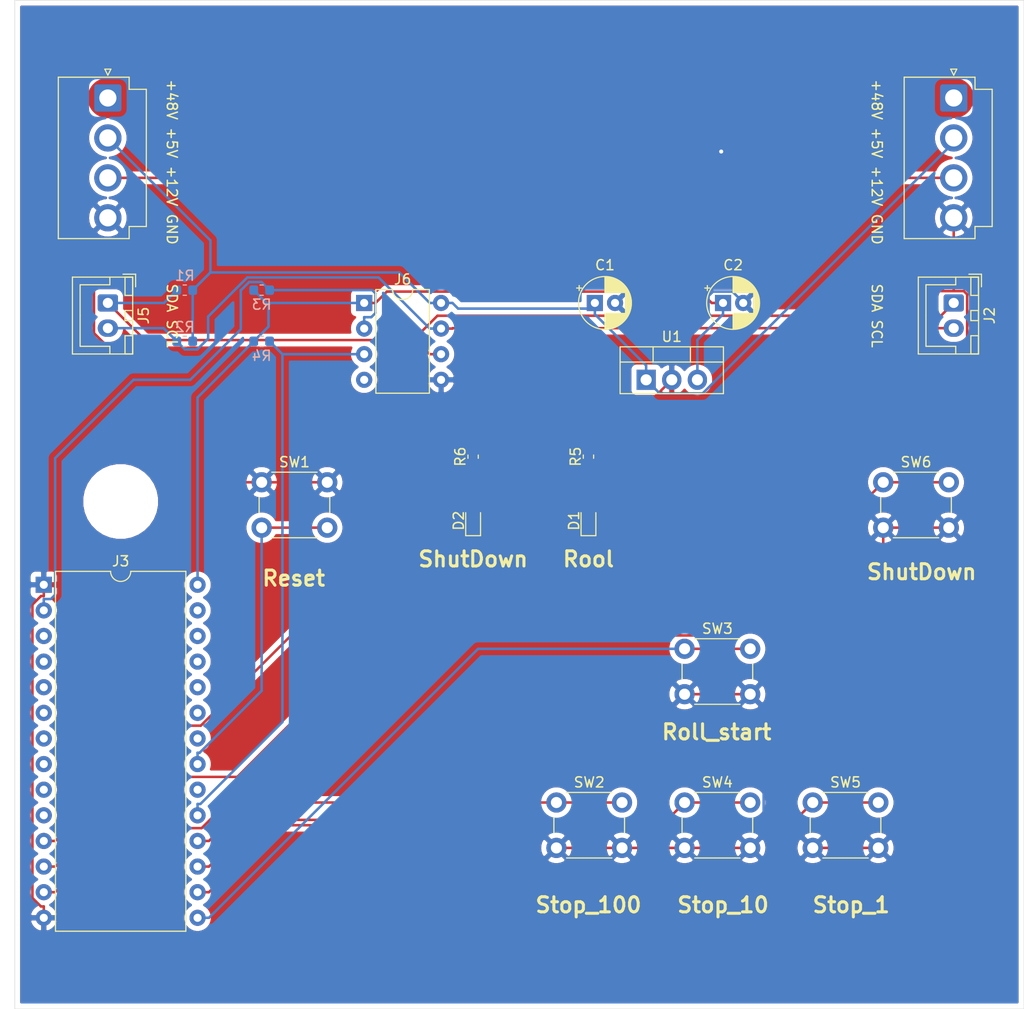
<source format=kicad_pcb>
(kicad_pcb (version 20171130) (host pcbnew "(5.1.6)-1")
  (layers (0 F.Cu signal) (31 B.Cu signal) (34 B.Paste user) (35 F.Paste user) (36 B.SilkS user) (37 F.SilkS user) (38 B.Mask user) (39 F.Mask user) (44 Edge.Cuts user))
  (net 0 "")
  (net 1 GND)
  (net 2 +5V)
  (net 3 +3V3)
  (net 4 "Net-(D1-Pad2)")
  (net 5 "Net-(D2-Pad2)")
  (net 6 +12V)
  (net 7 +48V)
  (net 8 /SCL_5V)
  (net 9 /SDA_5V)
  (net 10 "Net-(J3-Pad27)")
  (net 11 /ShutDown)
  (net 12 "Net-(J3-Pad26)")
  (net 13 /LED_roll)
  (net 14 "Net-(J3-Pad25)")
  (net 15 /LED_ShutDown)
  (net 16 "Net-(J3-Pad24)")
  (net 17 "Net-(J3-Pad10)")
  (net 18 "Net-(J3-Pad23)")
  (net 19 "Net-(J3-Pad9)")
  (net 20 "Net-(J3-Pad22)")
  (net 21 "Net-(J3-Pad8)")
  (net 22 /RESET)
  (net 23 "Net-(J3-Pad7)")
  (net 24 "Net-(J3-Pad20)")
  (net 25 "Net-(J3-Pad6)")
  (net 26 /SDA)
  (net 27 "Net-(J3-Pad5)")
  (net 28 /stop_hun)
  (net 29 "Net-(J3-Pad4)")
  (net 30 /stop_ten)
  (net 31 "Net-(J3-Pad3)")
  (net 32 /stop_one)
  (net 33 /SCL)
  (net 34 /roll_start)
  (net 35 "Net-(J6-Pad4)")
  (module MountingHole:MountingHole_6.4mm_M6 (layer F.Cu) (at 110.49 99.695)
    (fp_text reference REF** hide)
    (fp_text value MountingHole_6.4mm_M6)
    (pad 1 np_thru_hole circle (at 0 0) (size 6.4 6.4) (drill 6.4) (layers *.Cu *.Mask))
  )
  (module Package_TO_SOT_THT:TO-220-3_Vertical (layer F.Cu) (at 162.56 87.63)
    (fp_text reference U1 (at 2.54 -4.27) (layer F.SilkS))
    (fp_text value LM2940T-3.3)
    (pad 3 thru_hole oval (at 5.08 0) (size 1.905 2) (drill 1.1) (layers *.Cu *.Mask) (net 3 +3V3))
    (pad 2 thru_hole oval (at 2.54 0) (size 1.905 2) (drill 1.1) (layers *.Cu *.Mask) (net 1 GND))
    (pad 1 thru_hole rect (at 0 0) (size 1.905 2) (drill 1.1) (layers *.Cu *.Mask) (net 2 +5V))
  )
  (module Button_Switch_THT:SW_PUSH_6mm_H5mm (layer F.Cu) (at 186.055 97.79)
    (fp_text reference SW6 (at 3.25 -2) (layer F.SilkS))
    (fp_text value SW_Push)
    (pad 1 thru_hole circle (at 6.5 0 90) (size 2 2) (drill 1.1) (layers *.Cu *.Mask) (net 11 /ShutDown))
    (pad 2 thru_hole circle (at 6.5 4.5 90) (size 2 2) (drill 1.1) (layers *.Cu *.Mask) (net 1 GND))
    (pad 1 thru_hole circle (at 0 0 90) (size 2 2) (drill 1.1) (layers *.Cu *.Mask) (net 11 /ShutDown))
    (pad 2 thru_hole circle (at 0 4.5 90) (size 2 2) (drill 1.1) (layers *.Cu *.Mask) (net 1 GND))
  )
  (module Button_Switch_THT:SW_PUSH_6mm_H5mm (layer F.Cu) (at 179.07 129.54)
    (fp_text reference SW5 (at 3.25 -2) (layer F.SilkS))
    (fp_text value SW_Push)
    (pad 1 thru_hole circle (at 6.5 0 90) (size 2 2) (drill 1.1) (layers *.Cu *.Mask) (net 32 /stop_one))
    (pad 2 thru_hole circle (at 6.5 4.5 90) (size 2 2) (drill 1.1) (layers *.Cu *.Mask) (net 1 GND))
    (pad 1 thru_hole circle (at 0 0 90) (size 2 2) (drill 1.1) (layers *.Cu *.Mask) (net 32 /stop_one))
    (pad 2 thru_hole circle (at 0 4.5 90) (size 2 2) (drill 1.1) (layers *.Cu *.Mask) (net 1 GND))
  )
  (module Button_Switch_THT:SW_PUSH_6mm_H5mm (layer F.Cu) (at 166.37 129.54)
    (fp_text reference SW4 (at 3.25 -2) (layer F.SilkS))
    (fp_text value SW_Push)
    (pad 1 thru_hole circle (at 6.5 0 90) (size 2 2) (drill 1.1) (layers *.Cu *.Mask) (net 30 /stop_ten))
    (pad 2 thru_hole circle (at 6.5 4.5 90) (size 2 2) (drill 1.1) (layers *.Cu *.Mask) (net 1 GND))
    (pad 1 thru_hole circle (at 0 0 90) (size 2 2) (drill 1.1) (layers *.Cu *.Mask) (net 30 /stop_ten))
    (pad 2 thru_hole circle (at 0 4.5 90) (size 2 2) (drill 1.1) (layers *.Cu *.Mask) (net 1 GND))
  )
  (module Button_Switch_THT:SW_PUSH_6mm_H5mm (layer F.Cu) (at 166.37 114.3)
    (fp_text reference SW3 (at 3.25 -2) (layer F.SilkS))
    (fp_text value SW_Push)
    (pad 1 thru_hole circle (at 6.5 0 90) (size 2 2) (drill 1.1) (layers *.Cu *.Mask) (net 34 /roll_start))
    (pad 2 thru_hole circle (at 6.5 4.5 90) (size 2 2) (drill 1.1) (layers *.Cu *.Mask) (net 1 GND))
    (pad 1 thru_hole circle (at 0 0 90) (size 2 2) (drill 1.1) (layers *.Cu *.Mask) (net 34 /roll_start))
    (pad 2 thru_hole circle (at 0 4.5 90) (size 2 2) (drill 1.1) (layers *.Cu *.Mask) (net 1 GND))
  )
  (module Button_Switch_THT:SW_PUSH_6mm_H5mm (layer F.Cu) (at 153.67 129.54)
    (fp_text reference SW2 (at 3.25 -2) (layer F.SilkS))
    (fp_text value SW_Push)
    (pad 1 thru_hole circle (at 6.5 0 90) (size 2 2) (drill 1.1) (layers *.Cu *.Mask) (net 28 /stop_hun))
    (pad 2 thru_hole circle (at 6.5 4.5 90) (size 2 2) (drill 1.1) (layers *.Cu *.Mask) (net 1 GND))
    (pad 1 thru_hole circle (at 0 0 90) (size 2 2) (drill 1.1) (layers *.Cu *.Mask) (net 28 /stop_hun))
    (pad 2 thru_hole circle (at 0 4.5 90) (size 2 2) (drill 1.1) (layers *.Cu *.Mask) (net 1 GND))
  )
  (module Button_Switch_THT:SW_PUSH_6mm_H5mm (layer F.Cu) (at 124.46 97.79)
    (fp_text reference SW1 (at 3.25 -2) (layer F.SilkS))
    (fp_text value SW_Push)
    (pad 1 thru_hole circle (at 6.5 0 90) (size 2 2) (drill 1.1) (layers *.Cu *.Mask) (net 1 GND))
    (pad 2 thru_hole circle (at 6.5 4.5 90) (size 2 2) (drill 1.1) (layers *.Cu *.Mask) (net 22 /RESET))
    (pad 1 thru_hole circle (at 0 0 90) (size 2 2) (drill 1.1) (layers *.Cu *.Mask) (net 1 GND))
    (pad 2 thru_hole circle (at 0 4.5 90) (size 2 2) (drill 1.1) (layers *.Cu *.Mask) (net 22 /RESET))
  )
  (module Resistor_SMD:R_0603_1608Metric (layer F.Cu) (at 145.415 95.25 270)
    (fp_text reference R6 (at 0 1.27 90) (layer F.SilkS))
    (fp_text value 300)
    (pad 2 smd roundrect (at 0.7875 0 270) (size 0.875 0.95) (layers F.Cu F.Paste F.Mask) (net 5 "Net-(D2-Pad2)"))
    (pad 1 smd roundrect (at -0.7875 0 270) (size 0.875 0.95) (layers F.Cu F.Paste F.Mask) (net 15 /LED_ShutDown))
  )
  (module Resistor_SMD:R_0603_1608Metric (layer F.Cu) (at 156.845 95.25 270)
    (fp_text reference R5 (at 0 1.27 90) (layer F.SilkS))
    (fp_text value 300)
    (pad 2 smd roundrect (at 0.7875 0 270) (size 0.875 0.95) (layers F.Cu F.Paste F.Mask) (net 4 "Net-(D1-Pad2)"))
    (pad 1 smd roundrect (at -0.7875 0 270) (size 0.875 0.95) (layers F.Cu F.Paste F.Mask) (net 13 /LED_roll))
  )
  (module Resistor_SMD:R_0603_1608Metric (layer B.Cu) (at 124.46 83.82)
    (fp_text reference R4 (at 0 1.43) (layer B.SilkS) (effects (justify mirror)))
    (fp_text value 1k)
    (pad 2 smd roundrect (at 0.7875 0) (size 0.875 0.95) (layers B.Cu B.Paste B.Mask) (net 26 /SDA))
    (pad 1 smd roundrect (at -0.7875 0) (size 0.875 0.95) (layers B.Cu B.Paste B.Mask) (net 3 +3V3))
  )
  (module Resistor_SMD:R_0603_1608Metric (layer B.Cu) (at 124.46 78.74)
    (fp_text reference R3 (at 0 1.43) (layer B.SilkS) (effects (justify mirror)))
    (fp_text value 1k)
    (pad 2 smd roundrect (at 0.7875 0) (size 0.875 0.95) (layers B.Cu B.Paste B.Mask) (net 33 /SCL))
    (pad 1 smd roundrect (at -0.7875 0) (size 0.875 0.95) (layers B.Cu B.Paste B.Mask) (net 3 +3V3))
  )
  (module Resistor_SMD:R_0603_1608Metric (layer B.Cu) (at 116.84 83.82 180)
    (fp_text reference R2 (at 0 1.43) (layer B.SilkS) (effects (justify mirror)))
    (fp_text value 1k)
    (pad 2 smd roundrect (at 0.7875 0 180) (size 0.875 0.95) (layers B.Cu B.Paste B.Mask) (net 8 /SCL_5V))
    (pad 1 smd roundrect (at -0.7875 0 180) (size 0.875 0.95) (layers B.Cu B.Paste B.Mask) (net 2 +5V))
  )
  (module Resistor_SMD:R_0603_1608Metric (layer B.Cu) (at 116.84 78.74 180)
    (fp_text reference R1 (at 0 1.43) (layer B.SilkS) (effects (justify mirror)))
    (fp_text value 1k)
    (pad 2 smd roundrect (at 0.7875 0 180) (size 0.875 0.95) (layers B.Cu B.Paste B.Mask) (net 9 /SDA_5V))
    (pad 1 smd roundrect (at -0.7875 0 180) (size 0.875 0.95) (layers B.Cu B.Paste B.Mask) (net 2 +5V))
  )
  (module Package_DIP:DIP-8_W7.62mm (layer F.Cu) (at 134.62 80.01)
    (fp_text reference J6 (at 3.81 -2.33) (layer F.SilkS))
    (fp_text value AE-PCA9306)
    (pad 8 thru_hole oval (at 7.62 0) (size 1.6 1.6) (drill 0.8) (layers *.Cu *.Mask) (net 2 +5V))
    (pad 4 thru_hole oval (at 0 7.62) (size 1.6 1.6) (drill 0.8) (layers *.Cu *.Mask) (net 35 "Net-(J6-Pad4)"))
    (pad 7 thru_hole oval (at 7.62 2.54) (size 1.6 1.6) (drill 0.8) (layers *.Cu *.Mask) (net 8 /SCL_5V))
    (pad 3 thru_hole oval (at 0 5.08) (size 1.6 1.6) (drill 0.8) (layers *.Cu *.Mask) (net 26 /SDA))
    (pad 6 thru_hole oval (at 7.62 5.08) (size 1.6 1.6) (drill 0.8) (layers *.Cu *.Mask) (net 9 /SDA_5V))
    (pad 2 thru_hole oval (at 0 2.54) (size 1.6 1.6) (drill 0.8) (layers *.Cu *.Mask) (net 33 /SCL))
    (pad 5 thru_hole oval (at 7.62 7.62) (size 1.6 1.6) (drill 0.8) (layers *.Cu *.Mask) (net 1 GND))
    (pad 1 thru_hole rect (at 0 0) (size 1.6 1.6) (drill 0.8) (layers *.Cu *.Mask) (net 3 +3V3))
  )
  (module Connector_JST:JST_XH_B2B-XH-A_1x02_P2.50mm_Vertical (layer F.Cu) (at 109.22 80.01 270)
    (fp_text reference J5 (at 1.25 -3.55 90) (layer F.SilkS))
    (fp_text value Conn_01x02_Male)
    (pad 2 thru_hole oval (at 2.5 0 270) (size 1.7 2) (drill 1) (layers *.Cu *.Mask) (net 8 /SCL_5V))
    (pad 1 thru_hole roundrect (at 0 0 270) (size 1.7 2) (drill 1) (layers *.Cu *.Mask) (roundrect_rratio 0.147059) (net 9 /SDA_5V))
  )
  (module Connector_JST:JST_VH_B4P-VH_1x04_P3.96mm_Vertical (layer F.Cu) (at 193.04 59.69 270)
    (fp_text reference J4 hide)
    (fp_text value Conn_01x04_Male)
    (pad 4 thru_hole circle (at 11.88 0 270) (size 2.7 2.7) (drill 1.7) (layers *.Cu *.Mask) (net 1 GND))
    (pad 3 thru_hole circle (at 7.92 0 270) (size 2.7 2.7) (drill 1.7) (layers *.Cu *.Mask) (net 6 +12V))
    (pad 2 thru_hole circle (at 3.96 0 270) (size 2.7 2.7) (drill 1.7) (layers *.Cu *.Mask) (net 2 +5V))
    (pad 1 thru_hole roundrect (at 0 0 270) (size 2.7 2.7) (drill 1.7) (layers *.Cu *.Mask) (roundrect_rratio 0.09259299999999999) (net 7 +48V))
  )
  (module Package_DIP:DIP-28_W15.24mm (layer F.Cu) (at 102.87 107.95)
    (fp_text reference J3 (at 7.62 -2.33) (layer F.SilkS))
    (fp_text value Conn_02x14_Counter_Clockwise)
    (pad 28 thru_hole oval (at 15.24 0) (size 1.6 1.6) (drill 0.8) (layers *.Cu *.Mask) (net 3 +3V3))
    (pad 14 thru_hole oval (at 0 33.02) (size 1.6 1.6) (drill 0.8) (layers *.Cu *.Mask) (net 1 GND))
    (pad 27 thru_hole oval (at 15.24 2.54) (size 1.6 1.6) (drill 0.8) (layers *.Cu *.Mask) (net 10 "Net-(J3-Pad27)"))
    (pad 13 thru_hole oval (at 0 30.48) (size 1.6 1.6) (drill 0.8) (layers *.Cu *.Mask) (net 11 /ShutDown))
    (pad 26 thru_hole oval (at 15.24 5.08) (size 1.6 1.6) (drill 0.8) (layers *.Cu *.Mask) (net 12 "Net-(J3-Pad26)"))
    (pad 12 thru_hole oval (at 0 27.94) (size 1.6 1.6) (drill 0.8) (layers *.Cu *.Mask) (net 13 /LED_roll))
    (pad 25 thru_hole oval (at 15.24 7.62) (size 1.6 1.6) (drill 0.8) (layers *.Cu *.Mask) (net 14 "Net-(J3-Pad25)"))
    (pad 11 thru_hole oval (at 0 25.4) (size 1.6 1.6) (drill 0.8) (layers *.Cu *.Mask) (net 15 /LED_ShutDown))
    (pad 24 thru_hole oval (at 15.24 10.16) (size 1.6 1.6) (drill 0.8) (layers *.Cu *.Mask) (net 16 "Net-(J3-Pad24)"))
    (pad 10 thru_hole oval (at 0 22.86) (size 1.6 1.6) (drill 0.8) (layers *.Cu *.Mask) (net 17 "Net-(J3-Pad10)"))
    (pad 23 thru_hole oval (at 15.24 12.7) (size 1.6 1.6) (drill 0.8) (layers *.Cu *.Mask) (net 18 "Net-(J3-Pad23)"))
    (pad 9 thru_hole oval (at 0 20.32) (size 1.6 1.6) (drill 0.8) (layers *.Cu *.Mask) (net 19 "Net-(J3-Pad9)"))
    (pad 22 thru_hole oval (at 15.24 15.24) (size 1.6 1.6) (drill 0.8) (layers *.Cu *.Mask) (net 20 "Net-(J3-Pad22)"))
    (pad 8 thru_hole oval (at 0 17.78) (size 1.6 1.6) (drill 0.8) (layers *.Cu *.Mask) (net 21 "Net-(J3-Pad8)"))
    (pad 21 thru_hole oval (at 15.24 17.78) (size 1.6 1.6) (drill 0.8) (layers *.Cu *.Mask) (net 22 /RESET))
    (pad 7 thru_hole oval (at 0 15.24) (size 1.6 1.6) (drill 0.8) (layers *.Cu *.Mask) (net 23 "Net-(J3-Pad7)"))
    (pad 20 thru_hole oval (at 15.24 20.32) (size 1.6 1.6) (drill 0.8) (layers *.Cu *.Mask) (net 24 "Net-(J3-Pad20)"))
    (pad 6 thru_hole oval (at 0 12.7) (size 1.6 1.6) (drill 0.8) (layers *.Cu *.Mask) (net 25 "Net-(J3-Pad6)"))
    (pad 19 thru_hole oval (at 15.24 22.86) (size 1.6 1.6) (drill 0.8) (layers *.Cu *.Mask) (net 26 /SDA))
    (pad 5 thru_hole oval (at 0 10.16) (size 1.6 1.6) (drill 0.8) (layers *.Cu *.Mask) (net 27 "Net-(J3-Pad5)"))
    (pad 18 thru_hole oval (at 15.24 25.4) (size 1.6 1.6) (drill 0.8) (layers *.Cu *.Mask) (net 28 /stop_hun))
    (pad 4 thru_hole oval (at 0 7.62) (size 1.6 1.6) (drill 0.8) (layers *.Cu *.Mask) (net 29 "Net-(J3-Pad4)"))
    (pad 17 thru_hole oval (at 15.24 27.94) (size 1.6 1.6) (drill 0.8) (layers *.Cu *.Mask) (net 30 /stop_ten))
    (pad 3 thru_hole oval (at 0 5.08) (size 1.6 1.6) (drill 0.8) (layers *.Cu *.Mask) (net 31 "Net-(J3-Pad3)"))
    (pad 16 thru_hole oval (at 15.24 30.48) (size 1.6 1.6) (drill 0.8) (layers *.Cu *.Mask) (net 32 /stop_one))
    (pad 2 thru_hole oval (at 0 2.54) (size 1.6 1.6) (drill 0.8) (layers *.Cu *.Mask) (net 33 /SCL))
    (pad 15 thru_hole oval (at 15.24 33.02) (size 1.6 1.6) (drill 0.8) (layers *.Cu *.Mask) (net 34 /roll_start))
    (pad 1 thru_hole rect (at 0 0) (size 1.6 1.6) (drill 0.8) (layers *.Cu *.Mask) (net 1 GND))
  )
  (module Connector_JST:JST_XH_B2B-XH-A_1x02_P2.50mm_Vertical (layer F.Cu) (at 193.04 80.01 270)
    (fp_text reference J2 (at 1.25 -3.55 90) (layer F.SilkS))
    (fp_text value Conn_01x02_Male)
    (pad 2 thru_hole oval (at 2.5 0 270) (size 1.7 2) (drill 1) (layers *.Cu *.Mask) (net 8 /SCL_5V))
    (pad 1 thru_hole roundrect (at 0 0 270) (size 1.7 2) (drill 1) (layers *.Cu *.Mask) (roundrect_rratio 0.147059) (net 9 /SDA_5V))
  )
  (module Connector_JST:JST_VH_B4P-VH_1x04_P3.96mm_Vertical (layer F.Cu) (at 109.22 59.69 270)
    (fp_text reference J1 hide)
    (fp_text value Conn_01x04_Male)
    (pad 4 thru_hole circle (at 11.88 0 270) (size 2.7 2.7) (drill 1.7) (layers *.Cu *.Mask) (net 1 GND))
    (pad 3 thru_hole circle (at 7.92 0 270) (size 2.7 2.7) (drill 1.7) (layers *.Cu *.Mask) (net 6 +12V))
    (pad 2 thru_hole circle (at 3.96 0 270) (size 2.7 2.7) (drill 1.7) (layers *.Cu *.Mask) (net 2 +5V))
    (pad 1 thru_hole roundrect (at 0 0 270) (size 2.7 2.7) (drill 1.7) (layers *.Cu *.Mask) (roundrect_rratio 0.09259299999999999) (net 7 +48V))
  )
  (module LED_SMD:LED_0603_1608Metric (layer F.Cu) (at 145.415 101.6 90)
    (fp_text reference D2 (at 0 -1.43 90) (layer F.SilkS))
    (fp_text value LED)
    (pad 2 smd roundrect (at 0.7875 0 90) (size 0.875 0.95) (layers F.Cu F.Paste F.Mask) (net 5 "Net-(D2-Pad2)"))
    (pad 1 smd roundrect (at -0.7875 0 90) (size 0.875 0.95) (layers F.Cu F.Paste F.Mask) (net 1 GND))
  )
  (module LED_SMD:LED_0603_1608Metric (layer F.Cu) (at 156.845 101.6 90)
    (fp_text reference D1 (at 0 -1.43 90) (layer F.SilkS))
    (fp_text value LED)
    (pad 2 smd roundrect (at 0.7875 0 90) (size 0.875 0.95) (layers F.Cu F.Paste F.Mask) (net 4 "Net-(D1-Pad2)"))
    (pad 1 smd roundrect (at -0.7875 0 90) (size 0.875 0.95) (layers F.Cu F.Paste F.Mask) (net 1 GND))
  )
  (module Capacitor_THT:CP_Radial_D5.0mm_P2.00mm (layer F.Cu) (at 170.18 80.01)
    (fp_text reference C2 (at 1 -3.75) (layer F.SilkS))
    (fp_text value 10u)
    (pad 2 thru_hole circle (at 2 0) (size 1.6 1.6) (drill 0.8) (layers *.Cu *.Mask) (net 1 GND))
    (pad 1 thru_hole rect (at 0 0) (size 1.6 1.6) (drill 0.8) (layers *.Cu *.Mask) (net 3 +3V3))
  )
  (module Capacitor_THT:CP_Radial_D5.0mm_P2.00mm (layer F.Cu) (at 157.48 80.01)
    (fp_text reference C1 (at 1 -3.75) (layer F.SilkS))
    (fp_text value 10u)
    (pad 2 thru_hole circle (at 2 0) (size 1.6 1.6) (drill 0.8) (layers *.Cu *.Mask) (net 1 GND))
    (pad 1 thru_hole rect (at 0 0) (size 1.6 1.6) (drill 0.8) (layers *.Cu *.Mask) (net 2 +5V))
  )
  (gr_line (start 100 150) (end 100 50) (layer Edge.Cuts) (width 0.05))
  (gr_line (start 200 150) (end 100 150) (layer Edge.Cuts) (width 0.05))
  (gr_line (start 200 50) (end 200 150) (layer Edge.Cuts) (width 0.05))
  (gr_line (start 100 50) (end 200 50) (layer Edge.Cuts) (width 0.05))
  (gr_text "SDA SCL" (at 185.42 81.28 270) (layer F.SilkS) (effects (font (size 1 1))))
  (gr_text "SDA SCL" (at 115.57 81.28 270) (layer F.SilkS) (effects (font (size 1 1))))
  (gr_text "+48V +5V +12V GND" (at 185.42 66.04 270) (layer F.SilkS) (effects (font (size 1 1))))
  (gr_text "+48V +5V +12V GND" (at 115.57 66.04 270) (layer F.SilkS) (effects (font (size 1 1))))
  (gr_text Reset (at 127.635 107.315) (layer F.SilkS) (effects (font (size 1.5 1.5) (thickness 0.3))))
  (gr_text Roll_start (at 169.545 122.555) (layer F.SilkS) (effects (font (size 1.5 1.5) (thickness 0.3))))
  (gr_text Stop_1 (at 182.88 139.7) (layer F.SilkS) (effects (font (size 1.5 1.5) (thickness 0.3))))
  (gr_text Stop_10 (at 170.18 139.7) (layer F.SilkS) (effects (font (size 1.5 1.5) (thickness 0.3))))
  (gr_text Stop_100 (at 156.845 139.7) (layer F.SilkS) (effects (font (size 1.5 1.5) (thickness 0.3))))
  (gr_text ShutDown (at 189.865 106.68) (layer F.SilkS) (effects (font (size 1.5 1.5) (thickness 0.3))))
  (gr_text Rool (at 156.845 105.41) (layer F.SilkS) (effects (font (size 1.5 1.5) (thickness 0.3))))
  (gr_text ShutDown (at 145.415 105.41) (layer F.SilkS) (effects (font (size 1.5 1.5) (thickness 0.3))))
  (segment (start 193.04 78.8336) (end 194.0381 78.8336) (width 0.25) (layer F.Cu) (net 1))
  (segment (start 194.0381 78.8336) (end 194.3708 79.1663) (width 0.25) (layer F.Cu) (net 1))
  (segment (start 194.3708 79.1663) (end 194.3708 100.4742) (width 0.25) (layer F.Cu) (net 1))
  (segment (start 194.3708 100.4742) (end 192.555 102.29) (width 0.25) (layer F.Cu) (net 1))
  (segment (start 172.18 80.01) (end 173.3564 78.8336) (width 0.25) (layer F.Cu) (net 1))
  (segment (start 173.3564 78.8336) (end 193.04 78.8336) (width 0.25) (layer F.Cu) (net 1))
  (segment (start 193.04 71.57) (end 193.04 78.8336) (width 0.25) (layer F.Cu) (net 1))
  (segment (start 166.37 134.04) (end 160.17 134.04) (width 0.25) (layer F.Cu) (net 1))
  (segment (start 172.87 134.04) (end 166.37 134.04) (width 0.25) (layer F.Cu) (net 1))
  (segment (start 163.7682 84.2982) (end 165.1 85.63) (width 0.25) (layer B.Cu) (net 1))
  (segment (start 165.1 85.63) (end 165.1 87.63) (width 0.25) (layer B.Cu) (net 1))
  (segment (start 159.48 80.01) (end 163.7682 84.2982) (width 0.25) (layer B.Cu) (net 1))
  (segment (start 172.18 80.01) (end 172.18 79.9499) (width 0.25) (layer B.Cu) (net 1))
  (segment (start 172.18 79.9499) (end 171.1147 78.8846) (width 0.25) (layer B.Cu) (net 1))
  (segment (start 171.1147 78.8846) (end 169.1818 78.8846) (width 0.25) (layer B.Cu) (net 1))
  (segment (start 169.1818 78.8846) (end 163.7682 84.2982) (width 0.25) (layer B.Cu) (net 1))
  (segment (start 149.4341 93.6988) (end 143.3653 87.63) (width 0.25) (layer F.Cu) (net 1))
  (segment (start 156.0338 93.6988) (end 149.4341 93.6988) (width 0.25) (layer F.Cu) (net 1))
  (segment (start 149.4341 93.6988) (end 149.4341 98.3684) (width 0.25) (layer F.Cu) (net 1))
  (segment (start 149.4341 98.3684) (end 145.415 102.3875) (width 0.25) (layer F.Cu) (net 1))
  (segment (start 165.1 87.63) (end 159.0312 93.6988) (width 0.25) (layer F.Cu) (net 1))
  (segment (start 159.0312 93.6988) (end 156.0338 93.6988) (width 0.25) (layer F.Cu) (net 1))
  (segment (start 156.0338 93.6988) (end 156.0338 101.5763) (width 0.25) (layer F.Cu) (net 1))
  (segment (start 156.0338 101.5763) (end 156.845 102.3875) (width 0.25) (layer F.Cu) (net 1))
  (segment (start 120.0193 95.1762) (end 107.843 83) (width 0.25) (layer F.Cu) (net 1))
  (segment (start 107.843 83) (end 107.843 72.947) (width 0.25) (layer F.Cu) (net 1))
  (segment (start 107.843 72.947) (end 109.22 71.57) (width 0.25) (layer F.Cu) (net 1))
  (segment (start 124.46 97.79) (end 122.633 97.79) (width 0.25) (layer F.Cu) (net 1))
  (segment (start 122.633 97.79) (end 120.0193 95.1762) (width 0.25) (layer F.Cu) (net 1))
  (segment (start 102.87 140.97) (end 102.87 139.8447) (width 0.25) (layer F.Cu) (net 1))
  (segment (start 102.87 107.95) (end 102.87 109.0753) (width 0.25) (layer F.Cu) (net 1))
  (segment (start 102.87 109.0753) (end 102.5887 109.0753) (width 0.25) (layer F.Cu) (net 1))
  (segment (start 102.5887 109.0753) (end 101.7447 109.9193) (width 0.25) (layer F.Cu) (net 1))
  (segment (start 101.7447 109.9193) (end 101.7447 139.0008) (width 0.25) (layer F.Cu) (net 1))
  (segment (start 101.7447 139.0008) (end 102.5886 139.8447) (width 0.25) (layer F.Cu) (net 1))
  (segment (start 102.5886 139.8447) (end 102.87 139.8447) (width 0.25) (layer F.Cu) (net 1))
  (segment (start 142.24 87.63) (end 143.3653 87.63) (width 0.25) (layer F.Cu) (net 1))
  (segment (start 186.055 102.29) (end 186.055 105.615) (width 0.25) (layer F.Cu) (net 1))
  (segment (start 186.055 105.615) (end 172.87 118.8) (width 0.25) (layer F.Cu) (net 1))
  (segment (start 192.555 102.29) (end 186.055 102.29) (width 0.25) (layer F.Cu) (net 1))
  (segment (start 174.207 132.703) (end 172.87 134.04) (width 0.25) (layer B.Cu) (net 1))
  (segment (start 172.87 118.8) (end 174.207 120.137) (width 0.25) (layer B.Cu) (net 1))
  (segment (start 174.207 120.137) (end 174.207 132.703) (width 0.25) (layer B.Cu) (net 1))
  (segment (start 174.207 132.703) (end 177.733 132.703) (width 0.25) (layer B.Cu) (net 1))
  (segment (start 177.733 132.703) (end 179.07 134.04) (width 0.25) (layer B.Cu) (net 1))
  (segment (start 179.07 134.04) (end 185.57 134.04) (width 0.25) (layer F.Cu) (net 1))
  (segment (start 166.37 118.8) (end 172.87 118.8) (width 0.25) (layer F.Cu) (net 1))
  (segment (start 153.67 134.04) (end 160.17 134.04) (width 0.25) (layer F.Cu) (net 1))
  (segment (start 124.46 97.79) (end 130.96 97.79) (width 0.25) (layer F.Cu) (net 1))
  (segment (start 142.24 87.63) (end 141.1147 87.63) (width 0.25) (layer B.Cu) (net 1))
  (segment (start 141.1147 87.63) (end 141.1147 87.6353) (width 0.25) (layer B.Cu) (net 1))
  (segment (start 141.1147 87.6353) (end 130.96 97.79) (width 0.25) (layer B.Cu) (net 1))
  (via (at 170 65) (size 0.8) (drill 0.4) (layers F.Cu B.Cu) (net 1))
  (segment (start 114.3 106.123) (end 122.633 97.79) (width 0.25) (layer F.Cu) (net 1))
  (segment (start 102.87 107.95) (end 114.3 107.95) (width 0.25) (layer F.Cu) (net 1))
  (segment (start 114.3 107.95) (end 114.3 106.123) (width 0.25) (layer F.Cu) (net 1))
  (segment (start 162.56 87.63) (end 163.9095 88.9795) (width 0.25) (layer B.Cu) (net 2))
  (segment (start 163.9095 88.9795) (end 168.1574 88.9795) (width 0.25) (layer B.Cu) (net 2))
  (segment (start 168.1574 88.9795) (end 193.04 64.0969) (width 0.25) (layer B.Cu) (net 2))
  (segment (start 193.04 64.0969) (end 193.04 63.65) (width 0.25) (layer B.Cu) (net 2))
  (segment (start 157.48 81.1353) (end 162.56 86.2153) (width 0.25) (layer B.Cu) (net 2))
  (segment (start 162.56 86.2153) (end 162.56 87.63) (width 0.25) (layer B.Cu) (net 2))
  (segment (start 142.24 80.01) (end 143.3653 80.01) (width 0.25) (layer B.Cu) (net 2))
  (segment (start 157.48 80.5726) (end 143.9279 80.5726) (width 0.25) (layer B.Cu) (net 2))
  (segment (start 143.9279 80.5726) (end 143.3653 80.01) (width 0.25) (layer B.Cu) (net 2))
  (segment (start 157.48 80.5726) (end 157.48 81.1353) (width 0.25) (layer B.Cu) (net 2))
  (segment (start 157.48 80.01) (end 157.48 80.5726) (width 0.25) (layer B.Cu) (net 2))
  (segment (start 119.3836 76.9839) (end 117.6275 78.74) (width 0.25) (layer B.Cu) (net 2))
  (segment (start 141.1147 80.01) (end 138.0886 76.9839) (width 0.25) (layer B.Cu) (net 2))
  (segment (start 138.0886 76.9839) (end 119.3836 76.9839) (width 0.25) (layer B.Cu) (net 2))
  (segment (start 109.22 63.65) (end 119.3836 73.8136) (width 0.25) (layer B.Cu) (net 2))
  (segment (start 119.3836 73.8136) (end 119.3836 76.9839) (width 0.25) (layer B.Cu) (net 2))
  (segment (start 142.24 80.01) (end 141.1147 80.01) (width 0.25) (layer B.Cu) (net 2))
  (segment (start 117.6275 78.74) (end 117.6275 83.82) (width 0.25) (layer B.Cu) (net 2))
  (segment (start 134.62 80.01) (end 135.7453 80.01) (width 0.25) (layer F.Cu) (net 3))
  (segment (start 170.18 80.01) (end 169.0547 80.01) (width 0.25) (layer F.Cu) (net 3))
  (segment (start 169.0547 80.01) (end 167.9294 78.8847) (width 0.25) (layer F.Cu) (net 3))
  (segment (start 167.9294 78.8847) (end 136.8706 78.8847) (width 0.25) (layer F.Cu) (net 3))
  (segment (start 136.8706 78.8847) (end 135.7453 80.01) (width 0.25) (layer F.Cu) (net 3))
  (segment (start 170.18 80.01) (end 170.18 81.1353) (width 0.25) (layer B.Cu) (net 3))
  (segment (start 170.18 81.1353) (end 167.64 83.6753) (width 0.25) (layer B.Cu) (net 3))
  (segment (start 167.64 83.6753) (end 167.64 87.63) (width 0.25) (layer B.Cu) (net 3))
  (segment (start 123.6725 83.82) (end 118.11 89.3825) (width 0.25) (layer B.Cu) (net 3))
  (segment (start 118.11 89.3825) (end 118.11 107.95) (width 0.25) (layer B.Cu) (net 3))
  (segment (start 125.1375 80.205) (end 125.1375 82.355) (width 0.25) (layer B.Cu) (net 3))
  (segment (start 125.1375 82.355) (end 123.6725 83.82) (width 0.25) (layer B.Cu) (net 3))
  (segment (start 123.6725 78.74) (end 125.1375 80.205) (width 0.25) (layer B.Cu) (net 3))
  (segment (start 134.62 80.01) (end 125.3325 80.01) (width 0.25) (layer B.Cu) (net 3))
  (segment (start 125.3325 80.01) (end 125.1375 80.205) (width 0.25) (layer B.Cu) (net 3))
  (segment (start 156.845 100.8125) (end 156.845 96.0375) (width 0.25) (layer F.Cu) (net 4))
  (segment (start 145.415 100.8125) (end 145.415 96.0375) (width 0.25) (layer F.Cu) (net 5))
  (segment (start 109.22 67.61) (end 193.04 67.61) (width 0.25) (layer F.Cu) (net 6))
  (segment (start 109.22 59.69) (end 193.04 59.69) (width 4) (layer F.Cu) (net 7))
  (segment (start 142.24 82.55) (end 141.1147 82.55) (width 0.25) (layer B.Cu) (net 8))
  (segment (start 141.1147 82.55) (end 136.0504 77.4857) (width 0.25) (layer B.Cu) (net 8))
  (segment (start 136.0504 77.4857) (end 123.0349 77.4857) (width 0.25) (layer B.Cu) (net 8))
  (segment (start 123.0349 77.4857) (end 119.1581 81.3625) (width 0.25) (layer B.Cu) (net 8))
  (segment (start 119.1581 81.3625) (end 119.1581 83.5392) (width 0.25) (layer B.Cu) (net 8))
  (segment (start 119.1581 83.5392) (end 118.0759 84.6214) (width 0.25) (layer B.Cu) (net 8))
  (segment (start 118.0759 84.6214) (end 116.8539 84.6214) (width 0.25) (layer B.Cu) (net 8))
  (segment (start 116.8539 84.6214) (end 116.0525 83.82) (width 0.25) (layer B.Cu) (net 8))
  (segment (start 142.24 82.55) (end 143.3653 82.55) (width 0.25) (layer F.Cu) (net 8))
  (segment (start 193.04 82.51) (end 143.4053 82.51) (width 0.25) (layer F.Cu) (net 8))
  (segment (start 143.4053 82.51) (end 143.3653 82.55) (width 0.25) (layer F.Cu) (net 8))
  (segment (start 109.22 82.51) (end 114.7425 82.51) (width 0.25) (layer B.Cu) (net 8))
  (segment (start 114.7425 82.51) (end 116.0525 83.82) (width 0.25) (layer B.Cu) (net 8))
  (segment (start 139.9894 83.6911) (end 139.9894 83.9647) (width 0.25) (layer F.Cu) (net 9))
  (segment (start 139.9894 83.9647) (end 141.1147 85.09) (width 0.25) (layer F.Cu) (net 9))
  (segment (start 193.04 80.01) (end 191.77 81.28) (width 0.25) (layer F.Cu) (net 9))
  (segment (start 191.77 81.28) (end 141.8783 81.28) (width 0.25) (layer F.Cu) (net 9))
  (segment (start 141.8783 81.28) (end 139.9894 83.1689) (width 0.25) (layer F.Cu) (net 9))
  (segment (start 139.9894 83.1689) (end 139.9894 83.6911) (width 0.25) (layer F.Cu) (net 9))
  (segment (start 139.9894 83.6911) (end 112.9011 83.6911) (width 0.25) (layer F.Cu) (net 9))
  (segment (start 112.9011 83.6911) (end 109.22 80.01) (width 0.25) (layer F.Cu) (net 9))
  (segment (start 142.24 85.09) (end 141.1147 85.09) (width 0.25) (layer F.Cu) (net 9))
  (segment (start 109.22 80.01) (end 114.7825 80.01) (width 0.25) (layer B.Cu) (net 9))
  (segment (start 114.7825 80.01) (end 116.0525 78.74) (width 0.25) (layer B.Cu) (net 9))
  (segment (start 186.055 97.79) (end 192.555 97.79) (width 0.25) (layer F.Cu) (net 11))
  (segment (start 103.9953 138.43) (end 110.3453 132.08) (width 0.25) (layer F.Cu) (net 11))
  (segment (start 110.3453 132.08) (end 118.5109 132.08) (width 0.25) (layer F.Cu) (net 11))
  (segment (start 118.5109 132.08) (end 137.6163 112.9746) (width 0.25) (layer F.Cu) (net 11))
  (segment (start 137.6163 112.9746) (end 170.8704 112.9746) (width 0.25) (layer F.Cu) (net 11))
  (segment (start 170.8704 112.9746) (end 186.055 97.79) (width 0.25) (layer F.Cu) (net 11))
  (segment (start 102.87 138.43) (end 103.9953 138.43) (width 0.25) (layer F.Cu) (net 11))
  (segment (start 102.87 135.89) (end 103.9953 135.89) (width 0.25) (layer F.Cu) (net 13))
  (segment (start 103.9953 135.89) (end 112.8853 127) (width 0.25) (layer F.Cu) (net 13))
  (segment (start 112.8853 127) (end 122.0471 127) (width 0.25) (layer F.Cu) (net 13))
  (segment (start 122.0471 127) (end 145.6375 103.4096) (width 0.25) (layer F.Cu) (net 13))
  (segment (start 145.6375 103.4096) (end 157.1088 103.4096) (width 0.25) (layer F.Cu) (net 13))
  (segment (start 157.1088 103.4096) (end 157.6563 102.8621) (width 0.25) (layer F.Cu) (net 13))
  (segment (start 157.6563 102.8621) (end 157.6563 95.2738) (width 0.25) (layer F.Cu) (net 13))
  (segment (start 157.6563 95.2738) (end 156.845 94.4625) (width 0.25) (layer F.Cu) (net 13))
  (segment (start 102.87 133.35) (end 103.9953 133.35) (width 0.25) (layer F.Cu) (net 15))
  (segment (start 103.9953 133.35) (end 115.4253 121.92) (width 0.25) (layer F.Cu) (net 15))
  (segment (start 115.4253 121.92) (end 118.4316 121.92) (width 0.25) (layer F.Cu) (net 15))
  (segment (start 118.4316 121.92) (end 144.6037 95.7479) (width 0.25) (layer F.Cu) (net 15))
  (segment (start 144.6037 95.7479) (end 144.6037 95.2738) (width 0.25) (layer F.Cu) (net 15))
  (segment (start 144.6037 95.2738) (end 145.415 94.4625) (width 0.25) (layer F.Cu) (net 15))
  (segment (start 124.46 102.29) (end 130.96 102.29) (width 0.25) (layer F.Cu) (net 22))
  (segment (start 124.46 102.29) (end 124.46 118.459) (width 0.25) (layer B.Cu) (net 22))
  (segment (start 124.46 118.459) (end 118.3143 124.6047) (width 0.25) (layer B.Cu) (net 22))
  (segment (start 118.3143 124.6047) (end 118.11 124.6047) (width 0.25) (layer B.Cu) (net 22))
  (segment (start 118.11 125.73) (end 118.11 124.6047) (width 0.25) (layer B.Cu) (net 22))
  (segment (start 126.5175 85.09) (end 125.2475 83.82) (width 0.25) (layer B.Cu) (net 26))
  (segment (start 134.62 85.09) (end 126.5175 85.09) (width 0.25) (layer B.Cu) (net 26))
  (segment (start 126.5175 85.09) (end 126.5175 121.5585) (width 0.25) (layer B.Cu) (net 26))
  (segment (start 126.5175 121.5585) (end 118.3913 129.6847) (width 0.25) (layer B.Cu) (net 26))
  (segment (start 118.3913 129.6847) (end 118.11 129.6847) (width 0.25) (layer B.Cu) (net 26))
  (segment (start 118.11 130.81) (end 118.11 129.6847) (width 0.25) (layer B.Cu) (net 26))
  (segment (start 153.67 129.54) (end 160.17 129.54) (width 0.25) (layer F.Cu) (net 28))
  (segment (start 119.2353 133.35) (end 123.0453 129.54) (width 0.25) (layer F.Cu) (net 28))
  (segment (start 123.0453 129.54) (end 153.67 129.54) (width 0.25) (layer F.Cu) (net 28))
  (segment (start 118.11 133.35) (end 119.2353 133.35) (width 0.25) (layer F.Cu) (net 28))
  (segment (start 166.37 129.54) (end 172.87 129.54) (width 0.25) (layer F.Cu) (net 30))
  (segment (start 119.2353 135.89) (end 123.8635 131.2618) (width 0.25) (layer F.Cu) (net 30))
  (segment (start 123.8635 131.2618) (end 164.6482 131.2618) (width 0.25) (layer F.Cu) (net 30))
  (segment (start 164.6482 131.2618) (end 166.37 129.54) (width 0.25) (layer F.Cu) (net 30))
  (segment (start 118.11 135.89) (end 119.2353 135.89) (width 0.25) (layer F.Cu) (net 30))
  (segment (start 118.11 138.43) (end 119.2353 138.43) (width 0.25) (layer F.Cu) (net 32))
  (segment (start 119.2353 138.43) (end 125.8753 131.79) (width 0.25) (layer F.Cu) (net 32))
  (segment (start 125.8753 131.79) (end 176.82 131.79) (width 0.25) (layer F.Cu) (net 32))
  (segment (start 176.82 131.79) (end 179.07 129.54) (width 0.25) (layer F.Cu) (net 32))
  (segment (start 179.07 129.54) (end 185.57 129.54) (width 0.25) (layer F.Cu) (net 32))
  (segment (start 134.62 81.4247) (end 135.3233 81.4247) (width 0.25) (layer B.Cu) (net 33))
  (segment (start 135.3233 81.4247) (end 135.7454 81.0026) (width 0.25) (layer B.Cu) (net 33))
  (segment (start 135.7454 81.0026) (end 135.7454 79.0661) (width 0.25) (layer B.Cu) (net 33))
  (segment (start 135.7454 79.0661) (end 135.4193 78.74) (width 0.25) (layer B.Cu) (net 33))
  (segment (start 135.4193 78.74) (end 125.2475 78.74) (width 0.25) (layer B.Cu) (net 33))
  (segment (start 134.62 82.55) (end 134.62 81.4247) (width 0.25) (layer B.Cu) (net 33))
  (segment (start 123.2201 77.9374) (end 124.4449 77.9374) (width 0.25) (layer B.Cu) (net 33))
  (segment (start 122.3959 78.7616) (end 123.2201 77.9374) (width 0.25) (layer B.Cu) (net 33))
  (segment (start 124.4449 77.9374) (end 125.2475 78.74) (width 0.25) (layer B.Cu) (net 33))
  (segment (start 111.76 87.63) (end 117.3863 87.63) (width 0.25) (layer B.Cu) (net 33))
  (segment (start 102.87 110.49) (end 102.87 109.3647) (width 0.25) (layer B.Cu) (net 33))
  (segment (start 122.3959 82.6204) (end 122.3959 78.7616) (width 0.25) (layer B.Cu) (net 33))
  (segment (start 117.3863 87.63) (end 122.3959 82.6204) (width 0.25) (layer B.Cu) (net 33))
  (segment (start 103.5734 109.3647) (end 103.9953 108.9428) (width 0.25) (layer B.Cu) (net 33))
  (segment (start 102.87 109.3647) (end 103.5734 109.3647) (width 0.25) (layer B.Cu) (net 33))
  (segment (start 103.9953 108.9428) (end 103.9953 95.3947) (width 0.25) (layer B.Cu) (net 33))
  (segment (start 103.9953 95.3947) (end 111.76 87.63) (width 0.25) (layer B.Cu) (net 33))
  (segment (start 118.11 140.97) (end 119.2353 140.97) (width 0.25) (layer B.Cu) (net 34))
  (segment (start 119.2353 140.97) (end 145.9053 114.3) (width 0.25) (layer B.Cu) (net 34))
  (segment (start 145.9053 114.3) (end 166.37 114.3) (width 0.25) (layer B.Cu) (net 34))
  (segment (start 172.87 114.3) (end 166.37 114.3) (width 0.25) (layer F.Cu) (net 34))
  (zone (net 1) (net_name GND) (layer F.Cu) (connect_pads (clearance 0.508)) (min_thickness 0.254) (fill yes (arc_segments 32) (thermal_gap 0.508) (thermal_bridge_width 0.508))
    (polygon (pts (xy 200 150) (xy 100 150) (xy 100 50) (xy 200 50)))
  )
  (zone (net 1) (net_name GND) (layer B.Cu) (connect_pads (clearance 0.508)) (min_thickness 0.254) (fill yes (arc_segments 32) (thermal_gap 0.508) (thermal_bridge_width 0.508))
    (polygon (pts (xy 200 150) (xy 100 150) (xy 100 50) (xy 200 50)))
  )
)
</source>
